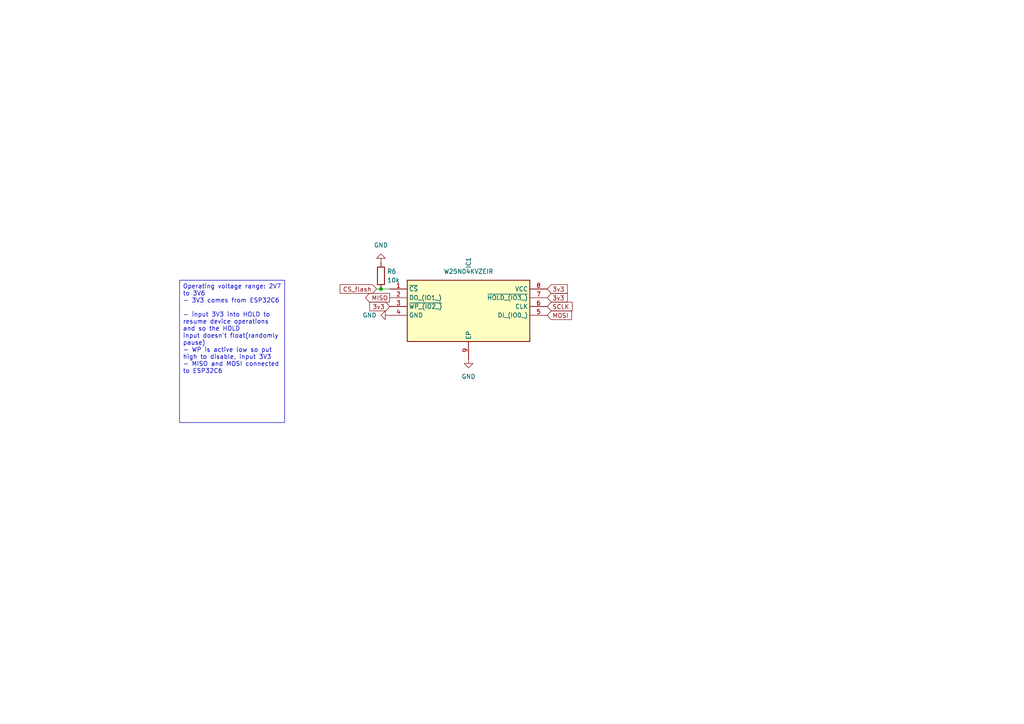
<source format=kicad_sch>
(kicad_sch (version 20231120) (generator "eeschema") (generator_version "8.0")
  (paper "A4")
  (lib_symbols
    (symbol "21xt_symbols:W25N04KVZEIR"
      (property "Reference" "IC" (at 41.91 7.62 0))
      (property "Value" "W25N04KVZEIR" (at 41.91 5.08 0))
      (symbol "W25N04KVZEIR_1_1"
        (rectangle (start 5.08 2.54) (end 40.64 -15.24) (stroke (width 0.254)) (fill (type background)))
        (pin passive line (at 0 0 0) (length 5.08) (name "~{CS}") (number "1"))
        (pin passive line (at 0 -2.54 0) (length 5.08) (name "DO_(IO1_)") (number "2"))
        (pin passive line (at 0 -5.08 0) (length 5.08) (name "~{WP_(IO2_)}") (number "3"))
        (pin passive line (at 0 -7.62 0) (length 5.08) (name "GND") (number "4"))
        (pin passive line (at 45.72 -7.62 180) (length 5.08) (name "DI_(IO0_)") (number "5"))
        (pin passive line (at 45.72 -5.08 180) (length 5.08) (name "CLK") (number "6"))
        (pin passive line (at 45.72 -2.54 180) (length 5.08) (name "~{HOLD_(IO3_)}") (number "7"))
        (pin passive line (at 45.72 0 180) (length 5.08) (name "VCC") (number "8"))
        (pin passive line (at 22.86 -20.32 90) (length 5.08) (name "EP") (number "9"))
      )
    )
    (symbol "Device:R" (pin_numbers hide) (pin_names (offset 0))
      (property "Reference" "R" (at 2.032 0 90))
      (property "Value" "R" (at 0 0 90))
      (symbol "R_0_1"
        (rectangle (start -1.016 -2.54) (end 1.016 2.54) (stroke (width 0.254)))
      )
      (symbol "R_1_1"
        (pin passive line (at 0 3.81 270) (length 1.27) (name "~") (number "1"))
        (pin passive line (at 0 -3.81 90) (length 1.27) (name "~") (number "2"))
      )
    )
    (symbol "power:GND" (power) (pin_numbers hide) (pin_names (offset 0) hide)
      (property "Value" "GND" (at 0 -3.81 0))
      (symbol "GND_0_1"
        (polyline (pts (xy 0 0) (xy 0 -1.27) (xy 1.27 -1.27) (xy 0 -2.54) (xy -1.27 -1.27) (xy 0 -1.27)))
      )
      (symbol "GND_1_1"
        (pin power_in line (at 0 0 270) (length 0) (name "~") (number "1"))
      )
    )
  )
  (junction (at 110.49 83.82))
  (wire (pts (xy 110.49 83.82) (xy 113.03 83.82)))
  (wire (pts (xy 109.22 83.82) (xy 110.49 83.82)))
  (text_box "Operating voltage range: 2V7 to 3V6\n- 3V3 comes from ESP32C6\n\n- input 3V3 into HOLD to resume device operations and so the HOLD\ninput doesn't float(randomly pause)\n- WP is active low so put high to disable, input 3V3\n- MISO and MOSI connected to ESP32C6" (at 52.07 81.28 0) (size 30.48 41.275) (effects (font (size 1.27 1.27)) (justify left top)))
  (global_label "MISO" (shape output) (at 113.03 86.36 180) (property "Intersheetrefs" "${INTERSHEET_REFS}" (effects (hide yes))))
  (global_label "CS_flash" (shape input) (at 109.22 83.82 180) (property "Intersheetrefs" "${INTERSHEET_REFS}" (effects (hide yes))))
  (global_label "3v3" (shape input) (at 158.75 86.36 0) (property "Intersheetrefs" "${INTERSHEET_REFS}" (effects (hide yes))))
  (global_label "SCLK" (shape input) (at 158.75 88.9 0) (property "Intersheetrefs" "${INTERSHEET_REFS}" (effects (hide yes))))
  (global_label "MOSI" (shape input) (at 158.75 91.44 0) (property "Intersheetrefs" "${INTERSHEET_REFS}" (effects (hide yes))))
  (global_label "3v3" (shape input) (at 158.75 83.82 0) (property "Intersheetrefs" "${INTERSHEET_REFS}" (effects (hide yes))))
  (global_label "3v3" (shape input) (at 113.03 88.9 180) (property "Intersheetrefs" "${INTERSHEET_REFS}" (effects (hide yes))))
  (symbol (lib_id "power:GND") (at 135.89 104.14 0) (unit 1)
    (property "Reference" "#PWR011" (effects (hide yes)))
    (property "Value" "GND" (at 135.89 109.22 0))
    (property "Description" "Power symbol creates a global label with name \"GND\" , ground" (effects (hide yes)))
  )
  (symbol (lib_id "power:GND") (at 110.49 76.2 180) (unit 1)
    (property "Reference" "#PWR017" (effects (hide yes)))
    (property "Value" "GND" (at 110.49 71.12 0))
    (property "Description" "Power symbol creates a global label with name \"GND\" , ground" (effects (hide yes)))
  )
  (symbol (lib_id "21xt_symbols:W25N04KVZEIR") (at 113.03 83.82 0) (unit 1)
    (property "Reference" "IC1" (at 135.89 76.2 90))
    (property "Value" "W25N04KVZEIR" (at 135.89 78.74 0))
    (property "Footprint" "21xt_footprints:SON127P800X600X80-9N-D" (effects (hide yes)))
    (property "Datasheet" "https://www.winbond.com/hq/search-resource-file.jsp?partNo=W25N04KVZEIR&type=datasheet" (effects (hide yes)))
    (property "Description" "FLASH - NAND Memory IC 4Gbit SPI - Quad I/O 104 MHz 8-WSON (8x6)" (effects (hide yes)))
    (property "Height" "0.8" (effects (hide yes)))
    (property "Mouser Part Number" "454-W25N04KVZEIR" (effects (hide yes)))
    (property "Mouser Price/Stock" "https://www.mouser.co.uk/ProductDetail/Winbond/W25N04KVZEIR?qs=YwPsRIUVAOdveyibmg1m8Q%3D%3D" (effects (hide yes)))
    (property "Manufacturer_Name" "Winbond" (effects (hide yes)))
    (property "Manufacturer_Part_Number" "W25N04KVZEIR" (effects (hide yes)))
  )
  (symbol (lib_id "Device:R") (at 110.49 80.01 0) (unit 1)
    (property "Reference" "R6" (at 112.268 78.74 0) (effects (justify left)))
    (property "Value" "10k" (at 112.268 81.28 0) (effects (justify left)))
    (property "Description" "Resistor" (effects (hide yes)))
  )
  (symbol (lib_id "power:GND") (at 113.03 91.44 270) (unit 1)
    (property "Reference" "#PWR07" (effects (hide yes)))
    (property "Value" "GND" (at 109.22 91.4399 90) (effects (justify right)))
    (property "Description" "Power symbol creates a global label with name \"GND\" , ground" (effects (hide yes)))
  )
)
</source>
